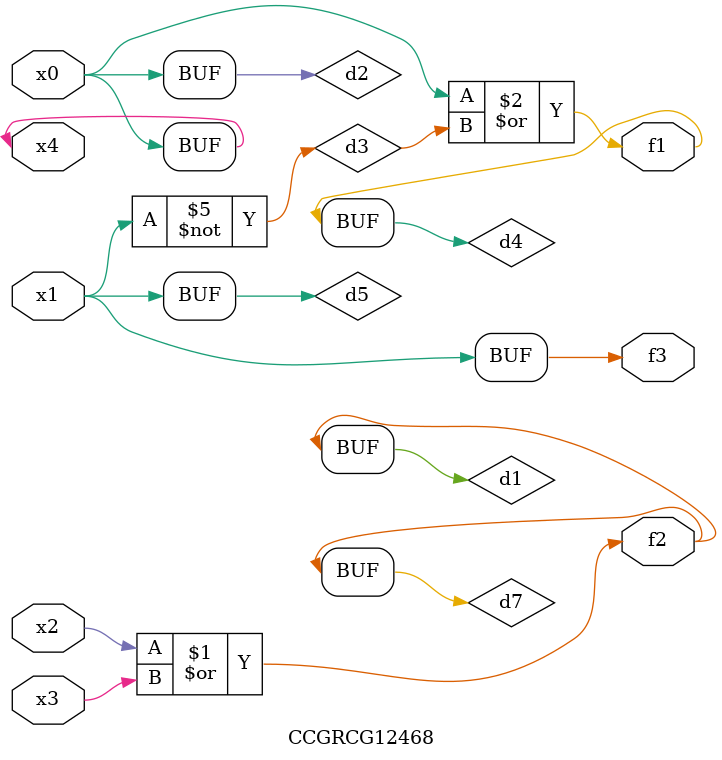
<source format=v>
module CCGRCG12468(
	input x0, x1, x2, x3, x4,
	output f1, f2, f3
);

	wire d1, d2, d3, d4, d5, d6, d7;

	or (d1, x2, x3);
	buf (d2, x0, x4);
	not (d3, x1);
	or (d4, d2, d3);
	not (d5, d3);
	nand (d6, d1, d3);
	or (d7, d1);
	assign f1 = d4;
	assign f2 = d7;
	assign f3 = d5;
endmodule

</source>
